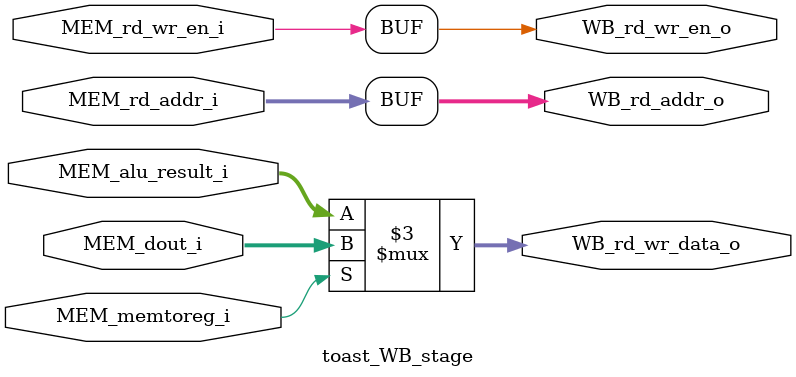
<source format=v>
`timescale 1ns / 1ps
`default_nettype none


module toast_WB_stage

    (
    output reg   [4:0]  WB_rd_addr_o,
    output reg   [31:0] WB_rd_wr_data_o,
    output reg          WB_rd_wr_en_o,

    input  wire  [4:0]  MEM_rd_addr_i,
    input  wire  [31:0] MEM_dout_i,
    input  wire  [31:0] MEM_alu_result_i,
    input  wire         MEM_memtoreg_i,
    input  wire         MEM_rd_wr_en_i   
    );

/*
WB just consists of a mux that controls whether data memory data or ALU result
gets written back to the register file. Not really a real 'stage', just a passthrough really
*/

    always@* begin
        WB_rd_addr_o       = MEM_rd_addr_i;
        WB_rd_wr_data_o    = (MEM_memtoreg_i == 1'b1) ? MEM_dout_i : MEM_alu_result_i;
        WB_rd_wr_en_o      = MEM_rd_wr_en_i;
    end

endmodule

</source>
